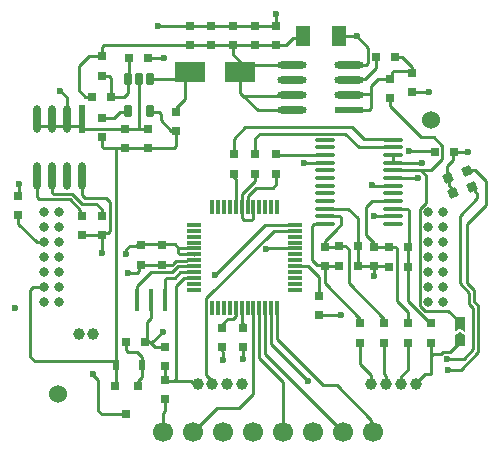
<source format=gtl>
G04*
G04 #@! TF.GenerationSoftware,Altium Limited,Altium Designer,24.5.2 (23)*
G04*
G04 Layer_Physical_Order=1*
G04 Layer_Color=255*
%FSLAX25Y25*%
%MOIN*%
G70*
G04*
G04 #@! TF.SameCoordinates,7B9D950A-14CE-42BF-A02F-5B63482B5899*
G04*
G04*
G04 #@! TF.FilePolarity,Positive*
G04*
G01*
G75*
%ADD14C,0.01000*%
G04:AMPARAMS|DCode=15|XSize=31.5mil|YSize=31.5mil|CornerRadius=3.94mil|HoleSize=0mil|Usage=FLASHONLY|Rotation=200.000|XOffset=0mil|YOffset=0mil|HoleType=Round|Shape=RoundedRectangle|*
%AMROUNDEDRECTD15*
21,1,0.03150,0.02362,0,0,200.0*
21,1,0.02362,0.03150,0,0,200.0*
1,1,0.00787,-0.01514,0.00706*
1,1,0.00787,0.00706,0.01514*
1,1,0.00787,0.01514,-0.00706*
1,1,0.00787,-0.00706,-0.01514*
%
%ADD15ROUNDEDRECTD15*%
%ADD16R,0.03150X0.02559*%
%ADD17R,0.02559X0.03150*%
%ADD18R,0.02449X0.09359*%
G04:AMPARAMS|DCode=19|XSize=93.59mil|YSize=24.49mil|CornerRadius=12.25mil|HoleSize=0mil|Usage=FLASHONLY|Rotation=270.000|XOffset=0mil|YOffset=0mil|HoleType=Round|Shape=RoundedRectangle|*
%AMROUNDEDRECTD19*
21,1,0.09359,0.00000,0,0,270.0*
21,1,0.06909,0.02449,0,0,270.0*
1,1,0.02449,0.00000,-0.03455*
1,1,0.02449,0.00000,0.03455*
1,1,0.02449,0.00000,0.03455*
1,1,0.02449,0.00000,-0.03455*
%
%ADD19ROUNDEDRECTD19*%
%ADD20R,0.05000X0.07000*%
%ADD21R,0.01575X0.07480*%
%ADD22R,0.10433X0.06890*%
%ADD23R,0.03150X0.03150*%
%ADD24R,0.02480X0.03268*%
%ADD25O,0.06693X0.01378*%
G04:AMPARAMS|DCode=26|XSize=97.4mil|YSize=24.49mil|CornerRadius=12.25mil|HoleSize=0mil|Usage=FLASHONLY|Rotation=180.000|XOffset=0mil|YOffset=0mil|HoleType=Round|Shape=RoundedRectangle|*
%AMROUNDEDRECTD26*
21,1,0.09740,0.00000,0,0,180.0*
21,1,0.07291,0.02449,0,0,180.0*
1,1,0.02449,-0.03646,0.00000*
1,1,0.02449,0.03646,0.00000*
1,1,0.02449,0.03646,0.00000*
1,1,0.02449,-0.03646,0.00000*
%
%ADD26ROUNDEDRECTD26*%
%ADD27R,0.09740X0.02449*%
G04:AMPARAMS|DCode=28|XSize=23.62mil|YSize=39.37mil|CornerRadius=2.01mil|HoleSize=0mil|Usage=FLASHONLY|Rotation=0.000|XOffset=0mil|YOffset=0mil|HoleType=Round|Shape=RoundedRectangle|*
%AMROUNDEDRECTD28*
21,1,0.02362,0.03535,0,0,0.0*
21,1,0.01961,0.03937,0,0,0.0*
1,1,0.00402,0.00980,-0.01768*
1,1,0.00402,-0.00980,-0.01768*
1,1,0.00402,-0.00980,0.01768*
1,1,0.00402,0.00980,0.01768*
%
%ADD28ROUNDEDRECTD28*%
%ADD29R,0.01181X0.04724*%
%ADD30R,0.04724X0.01181*%
%ADD40C,0.03937*%
%AMCUSTOMSHAPE44*
4,1,5,0.00000,-0.02165,0.01772,-0.03347,0.01772,0.01772,-0.01772,0.01772,-0.01772,-0.03347,0.00000,-0.02165,0.0*%
%ADD44CUSTOMSHAPE44*%

%AMCUSTOMSHAPE45*
4,1,5,0.00000,0.02953,-0.01772,0.01772,-0.01772,-0.01772,0.01772,-0.01772,0.01772,0.01772,0.00000,0.02953,0.0*%
%ADD45CUSTOMSHAPE45*%

%ADD46C,0.06000*%
%ADD47C,0.03150*%
%ADD48C,0.06693*%
%ADD49C,0.02362*%
D14*
X-125871Y-112800D02*
Y-109343D01*
Y-112800D02*
X-125285Y-113386D01*
X-122611D01*
X-122025Y-112800D02*
Y-109252D01*
X-122611Y-113386D02*
X-122025Y-112800D01*
X-121269Y-102756D02*
X-115529D01*
X-123978Y-109236D02*
Y-105465D01*
X-125962Y-109252D02*
Y-104921D01*
X-121435Y-100394D01*
Y-98091D01*
X-123978Y-105465D02*
X-121269Y-102756D01*
X-125962Y-109252D02*
X-125871Y-109343D01*
X-123993Y-109252D02*
X-123978Y-109236D01*
X-115529Y-102756D02*
X-114348Y-101575D01*
Y-98091D01*
X-151356Y-133326D02*
X-150770Y-132740D01*
X-151356Y-140157D02*
Y-133326D01*
X-150770Y-132740D02*
X-148292D01*
X-147812Y-135433D02*
X-145253Y-132874D01*
X-141710D01*
X-147812Y-166535D02*
Y-135433D01*
X-160804Y-135433D02*
X-156324Y-130953D01*
X-147017Y-128937D02*
X-141710D01*
X-148292Y-132740D02*
X-146548Y-130996D01*
X-141800D01*
X-149032Y-130953D02*
X-147017Y-128937D01*
X-156324Y-130953D02*
X-149032D01*
X-159514Y-128386D02*
X-159449D01*
X-141726Y-126984D02*
X-141710Y-126969D01*
X-148993Y-128347D02*
X-147706Y-127059D01*
X-152143Y-128386D02*
X-148993D01*
X-152143D02*
Y-127953D01*
X-159514Y-128386D02*
X-152362D01*
X-147706Y-127059D02*
X-144163D01*
X-152362Y-128386D02*
X-152143D01*
X-152362Y-121654D02*
X-148206D01*
X-147025Y-122835D02*
X-146828Y-123031D01*
X-148206Y-121654D02*
X-147025Y-122835D01*
X-147025Y-122835D02*
Y-122835D01*
Y-124414D02*
Y-122835D01*
X-146439Y-125000D02*
X-141710D01*
X-147025Y-124414D02*
X-146439Y-125000D01*
X-159449Y-121988D02*
X-159114Y-121654D01*
X-152696D02*
X-152362Y-121988D01*
X-159114Y-121654D02*
X-152696D01*
X-161023Y-121988D02*
X-159449D01*
X-146828Y-123031D02*
X-141710D01*
X-164741Y-125197D02*
X-164374Y-124830D01*
Y-123255D01*
X-163167Y-122047D01*
X-161083D01*
X-161023Y-121988D01*
X-163954Y-131102D02*
X-160879D01*
X-160293Y-130517D02*
Y-129165D01*
X-160879Y-131102D02*
X-160293Y-130517D01*
Y-129165D02*
X-159514Y-128386D01*
X-68946Y-71260D02*
X-68572Y-70886D01*
X-114348Y-49075D02*
X-114053Y-48780D01*
X-136002D02*
X-121435D01*
X-55652Y-103208D02*
X-55159Y-104561D01*
X-55113Y-104688D01*
X-153718Y-48819D02*
X-142295D01*
X-194289Y-82214D02*
X-179289D01*
X-156474Y-154330D02*
X-156080D01*
X-156868D02*
X-156474D01*
X-157655Y-153543D02*
X-156868Y-154330D01*
X-144163Y-127059D02*
X-144072Y-126969D01*
X-141710D01*
X-200393Y-114742D02*
X-194151Y-120984D01*
X-200393Y-114742D02*
Y-111850D01*
X-194151Y-120984D02*
X-191730D01*
X-200461Y-111783D02*
X-200393Y-111850D01*
X-200000Y-105847D02*
Y-101575D01*
X-172221Y-118445D02*
X-171540Y-117764D01*
X-170481D02*
X-169753Y-117035D01*
X-172615Y-119291D02*
X-172221Y-118898D01*
X-172615Y-124409D02*
Y-119291D01*
X-172221Y-118898D02*
Y-118445D01*
X-171540Y-117764D02*
X-170481D01*
X-169753Y-117035D02*
Y-110333D01*
X-172615Y-118543D02*
X-172221Y-118937D01*
X-169895Y-110190D02*
X-169753Y-110333D01*
X-169895Y-110190D02*
Y-107637D01*
X-171233Y-106299D02*
X-169895Y-107637D01*
X-167891Y-161752D02*
Y-161425D01*
Y-168701D02*
Y-162264D01*
Y-161425D02*
Y-89370D01*
X-154938Y-155866D02*
X-151356D01*
X-156474Y-154330D02*
X-154938Y-155866D01*
X-148600Y-167323D02*
X-147812Y-166535D01*
X-151355Y-166870D02*
X-150902Y-167323D01*
X-148600D01*
X-147812D02*
Y-166535D01*
Y-167323D02*
X-142682D01*
X-142456Y-167548D01*
X-141189D02*
X-140627Y-168110D01*
X-142456Y-167548D02*
X-141189D01*
X-151355Y-177165D02*
Y-173267D01*
X-152104Y-177913D02*
X-151355Y-177165D01*
X-152104Y-184252D02*
Y-177913D01*
X-51962Y-159843D02*
X-48812Y-156693D01*
X-57655Y-159843D02*
X-51962D01*
X-188703Y-104905D02*
X-182505D01*
X-189289Y-104320D02*
Y-98888D01*
Y-104320D02*
X-188703Y-104905D01*
X-172615Y-112145D02*
Y-109843D01*
Y-112933D02*
Y-112145D01*
X-56717Y-102142D02*
X-55652Y-103208D01*
X-56717Y-102142D02*
Y-101050D01*
X-57256Y-99570D02*
X-56717Y-101050D01*
X-48285Y-103879D02*
X-47419Y-104745D01*
Y-106299D02*
Y-104745D01*
X-48824Y-102399D02*
X-48285Y-103879D01*
X-53324Y-112205D02*
X-47419Y-106299D01*
X-50962Y-114961D02*
X-44663Y-108661D01*
Y-100394D01*
X-48145Y-96911D02*
X-44663Y-100394D01*
X-50598Y-96911D02*
X-48145D01*
X-50967Y-97281D02*
X-50598Y-96911D01*
X-178018Y-72385D02*
X-175881D01*
X-175825Y-72441D01*
X-180096Y-70307D02*
X-178018Y-72385D01*
X-114348Y-48780D02*
Y-44882D01*
Y-49075D02*
Y-48780D01*
X-114053D02*
X-114052Y-48779D01*
X-114348Y-48780D02*
X-114053D01*
X-114348D02*
X-114348D01*
X-121435D02*
X-114348D01*
X-57458Y-98425D02*
Y-95473D01*
X-164742Y-83032D02*
X-160056D01*
X-165037D02*
X-164742D01*
X-53324Y-134646D02*
X-50257Y-137713D01*
X-53324Y-134646D02*
Y-112205D01*
X-47025Y-157480D02*
Y-142126D01*
X-57261Y-163386D02*
X-52930D01*
X-47025Y-157480D01*
X-50962Y-134480D02*
Y-114961D01*
X-48470Y-140681D02*
Y-136972D01*
X-50257Y-141421D02*
Y-137713D01*
X-48470Y-140681D02*
X-47025Y-142126D01*
X-50962Y-134480D02*
X-48470Y-136972D01*
X-48812Y-156693D02*
Y-142866D01*
X-50257Y-141421D02*
X-48812Y-142866D01*
X-53324Y-154066D02*
Y-153937D01*
X-58677Y-157374D02*
X-56632D01*
X-53324Y-154066D01*
X-62773Y-158720D02*
Y-158268D01*
X-62320D02*
X-59571D01*
X-58677Y-157374D01*
X-62773Y-158268D02*
Y-155670D01*
X-132458Y-157244D02*
X-132064Y-157638D01*
Y-160236D02*
Y-157638D01*
X-132458Y-157244D02*
Y-155965D01*
X-125372Y-159842D02*
X-125371Y-159843D01*
X-125372Y-159842D02*
Y-155965D01*
X-128775Y-146366D02*
X-127930Y-145521D01*
X-130489Y-146457D02*
X-130399Y-146366D01*
X-128775D01*
X-127930Y-145521D02*
Y-142717D01*
X-130627Y-146457D02*
X-130489D01*
X-132458Y-148288D02*
X-130627Y-146457D01*
X-132458Y-149567D02*
Y-148288D01*
X-125962Y-147697D02*
X-125372Y-148288D01*
X-125962Y-147697D02*
Y-142717D01*
X-125372Y-149567D02*
Y-148288D01*
X-55419Y-93434D02*
Y-91110D01*
X-57458Y-95473D02*
X-55419Y-93434D01*
Y-91110D02*
X-55253Y-90945D01*
X-66560Y-142170D02*
X-64884Y-143846D01*
X-66560Y-142170D02*
Y-109799D01*
X-64635Y-107873D02*
Y-98485D01*
X-70588Y-140670D02*
X-65624Y-145634D01*
X-64687Y-143846D02*
X-57115D01*
X-65624Y-145634D02*
X-65427D01*
X-59084Y-93053D02*
Y-88836D01*
X-65427Y-145634D02*
X-63030Y-148031D01*
X-66081Y-97039D02*
X-64635Y-98485D01*
X-66560Y-109799D02*
X-64635Y-107873D01*
X-70588Y-140670D02*
Y-129134D01*
X-57115Y-143846D02*
X-53324Y-147638D01*
X-63030Y-148031D02*
X-62773D01*
X-75568Y-99508D02*
X-67104D01*
X-134162Y-176311D02*
X-126879D01*
X-122025Y-171457D01*
Y-142717D01*
X-142104Y-184252D02*
X-134162Y-176311D01*
X-113560Y-185827D02*
X-112104Y-184370D01*
X-120056Y-159646D02*
Y-142717D01*
Y-159646D02*
X-112104Y-167598D01*
Y-184370D02*
Y-184252D01*
X-118088Y-158320D02*
X-94663Y-181746D01*
X-118088Y-158320D02*
Y-142717D01*
X-112104Y-184252D02*
Y-167598D01*
X-116119Y-154921D02*
Y-142717D01*
Y-154921D02*
X-103718Y-167323D01*
X-82739Y-183616D02*
Y-180034D01*
Y-183616D02*
X-82104Y-184252D01*
X-94084Y-168689D02*
X-82739Y-180034D01*
X-98824Y-168689D02*
X-94084D01*
X-114151Y-153362D02*
Y-142717D01*
Y-153362D02*
X-98824Y-168689D01*
X-114283Y-48779D02*
X-114052D01*
X-135608Y-167717D02*
Y-167414D01*
X-137682Y-139529D02*
X-115280Y-117126D01*
X-137682Y-165339D02*
Y-139529D01*
X-62773Y-158720D02*
X-62320Y-158268D01*
X-62773Y-164863D02*
Y-159055D01*
X-62773D02*
Y-158720D01*
X-62773Y-155669D02*
X-62773Y-155670D01*
X-62773Y-155669D02*
Y-154390D01*
X-70647Y-160000D02*
Y-154390D01*
X-77832Y-168012D02*
X-77733Y-168110D01*
X-77832Y-168012D02*
Y-165650D01*
X-73403Y-168110D02*
X-72911Y-167618D01*
Y-165650D01*
X-67497Y-168504D02*
Y-167618D01*
X-64742Y-164863D01*
X-62773D01*
X-75568Y-96949D02*
X-75560Y-96957D01*
X-70647Y-147992D02*
Y-144094D01*
Y-148031D02*
Y-147992D01*
X-78521Y-148425D02*
Y-146457D01*
X-78521Y-155669D02*
X-78521Y-155670D01*
Y-164961D02*
Y-155670D01*
X-78521Y-155669D02*
Y-154390D01*
X-82753Y-168110D02*
Y-165059D01*
X-86395Y-161417D02*
Y-154390D01*
Y-161417D02*
X-82753Y-165059D01*
X-86395Y-147992D02*
Y-146456D01*
Y-148425D02*
Y-147992D01*
X-66273Y-85933D02*
X-61988D01*
X-64687Y-143846D02*
X-64687Y-143846D01*
X-75560Y-96957D02*
X-62988D01*
X-69800Y-63779D02*
X-69072Y-64508D01*
X-75687Y-65697D02*
Y-64365D01*
X-76467Y-66476D02*
X-75687Y-65697D01*
Y-64365D02*
X-75102Y-63779D01*
X-76552Y-66476D02*
X-76467D01*
X-75102Y-63779D02*
X-69800D01*
X-76946Y-66476D02*
X-76467D01*
X-69072Y-64508D02*
Y-62532D01*
X-80430Y-66476D02*
X-76946D01*
X-68572Y-70886D02*
X-63580D01*
X-63560Y-70866D01*
X-100174Y-138917D02*
Y-132677D01*
Y-138976D02*
Y-138917D01*
X-151356Y-163543D02*
X-151355Y-163544D01*
Y-166870D02*
Y-163544D01*
X-151356Y-163543D02*
Y-162264D01*
X-155686Y-154330D02*
X-152143Y-150787D01*
X-164407Y-156895D02*
Y-154330D01*
Y-156895D02*
X-163821Y-157480D01*
X-160804D01*
X-159171Y-165886D02*
Y-159114D01*
X-160804Y-157480D02*
X-159171Y-159114D01*
X-157655Y-153543D02*
Y-147638D01*
X-158009Y-154330D02*
X-156868D01*
X-157655Y-147638D02*
X-156080Y-146063D01*
Y-140157D01*
X-137682Y-165339D02*
X-135608Y-167414D01*
X-53974Y-90945D02*
X-50568D01*
X-53974Y-90945D02*
X-53974Y-90945D01*
X-55253Y-90945D02*
X-53974D01*
X-168690Y-160695D02*
X-167950Y-161435D01*
X-194992Y-160695D02*
X-168690D01*
X-196631Y-159055D02*
X-194992Y-160695D01*
X-167950Y-161811D02*
Y-161435D01*
X-196631Y-137008D02*
X-195607Y-135984D01*
X-196631Y-159055D02*
Y-137008D01*
X-175371Y-165329D02*
X-173696Y-167004D01*
X-175371Y-165329D02*
Y-164961D01*
X-173696Y-177073D02*
Y-167004D01*
Y-177073D02*
X-172423Y-178347D01*
X-164348D01*
X-118178Y-115248D02*
X-108336D01*
X-115280Y-117126D02*
X-108245D01*
X-134820Y-131890D02*
X-118178Y-115248D01*
X-61988Y-85933D02*
X-59084Y-88836D01*
X-64884Y-143846D02*
X-64687D01*
X-76552Y-75653D02*
X-66273Y-85933D01*
X-179269Y-118504D02*
X-172654D01*
X-167891Y-89370D02*
X-164801D01*
X-172030D02*
X-167891D01*
X-178127Y-106299D02*
X-171233D01*
X-179289Y-105138D02*
Y-98888D01*
Y-105138D02*
X-178127Y-106299D01*
X-182505Y-104905D02*
X-179324Y-108087D01*
X-174371D01*
X-172615Y-109843D01*
X-172615Y-124409D02*
X-172615Y-124409D01*
X-164742Y-89429D02*
X-157261D01*
X-172615Y-109843D02*
X-172615Y-109843D01*
X-172615Y-109843D02*
Y-109843D01*
X-179702Y-112933D02*
Y-110236D01*
X-183245Y-106693D02*
X-179702Y-110236D01*
Y-112933D02*
X-179702Y-112933D01*
X-194289Y-104331D02*
Y-98888D01*
X-194269Y-105905D02*
Y-104331D01*
Y-105905D02*
X-193482Y-106693D01*
X-183245D01*
X-82852Y-76186D02*
Y-71514D01*
X-89474Y-76772D02*
X-83437D01*
X-82852Y-71514D02*
Y-68898D01*
X-83437Y-76772D02*
X-82852Y-76186D01*
X-157261Y-59449D02*
X-151749D01*
X-128915Y-55177D02*
X-121435D01*
X-120647Y-76772D02*
X-109236D01*
X-136002Y-55177D02*
X-128915D01*
X-171828Y-55118D02*
X-143088D01*
X-143088Y-48780D02*
X-136002D01*
X-164815Y-83105D02*
X-164742Y-83032D01*
X-178961Y-82708D02*
X-178564Y-83105D01*
X-178961Y-82708D02*
Y-81887D01*
X-178564Y-83105D02*
X-164815D01*
X-184289Y-76805D02*
Y-72579D01*
Y-76805D02*
X-184175Y-76919D01*
X-186395Y-70473D02*
X-184289Y-72579D01*
Y-79852D02*
Y-78383D01*
X-183619Y-77713D01*
X-180096Y-70307D02*
Y-62205D01*
X-83883Y-61206D02*
Y-56947D01*
X-90269Y-61791D02*
X-84469D01*
X-83883Y-61206D01*
Y-56947D02*
X-83851Y-56916D01*
X-87576Y-52362D02*
X-83851Y-56087D01*
Y-56916D02*
Y-56087D01*
X-74918Y-59056D02*
X-72549D01*
X-69072Y-62532D01*
X-81316Y-63031D02*
Y-59056D01*
X-89591Y-66514D02*
X-84799D01*
X-81316Y-63031D01*
X-90109Y-67032D02*
X-89591Y-66514D01*
X-83106Y-71514D02*
X-82852Y-71260D01*
X-90663Y-71514D02*
X-83106D01*
X-91197Y-72047D02*
X-90663Y-71514D01*
X-82852Y-68898D02*
X-80430Y-66476D01*
X-128915Y-55177D02*
Y-55118D01*
Y-58169D02*
Y-55177D01*
Y-58169D02*
X-126356Y-60728D01*
Y-64173D02*
Y-60728D01*
X-122222Y-61811D02*
X-113598D01*
X-124584Y-64173D02*
X-122222Y-61811D01*
X-125371Y-72047D02*
X-120647Y-76772D01*
X-126356Y-71063D02*
X-125371Y-72047D01*
X-109907D01*
X-126356Y-71063D02*
Y-64173D01*
X-124584D01*
X-70253Y-90445D02*
X-70147Y-90551D01*
X-62044D02*
X-61651Y-90945D01*
X-70147Y-90551D02*
X-62044D01*
X-117694Y-123031D02*
X-108245D01*
X-117891Y-123228D02*
X-117694Y-123031D01*
X-172615Y-88784D02*
Y-87146D01*
X-160056Y-83032D02*
X-160017Y-83071D01*
X-108336Y-115248D02*
X-108245Y-115157D01*
X-141800Y-125091D02*
X-141710Y-125000D01*
X-100115Y-145295D02*
X-92714D01*
X-92694Y-145276D01*
X-100135D02*
X-100115Y-145295D01*
X-141800Y-130996D02*
X-141710Y-130905D01*
X-160804Y-140157D02*
Y-135433D01*
X-172616Y-65414D02*
X-170194D01*
X-169427Y-66181D01*
Y-72441D02*
Y-66181D01*
X-172616Y-55906D02*
X-171828Y-55118D01*
X-172616Y-59016D02*
Y-55906D01*
X-180096Y-62205D02*
X-176907Y-59016D01*
X-172616D01*
X-164170Y-58938D02*
X-163560Y-59547D01*
X-160017Y-83032D02*
X-157261D01*
X-160214Y-82874D02*
X-160056Y-83032D01*
X-160214Y-82874D02*
Y-66536D01*
X-163560Y-66142D02*
Y-59547D01*
X-163954Y-66536D02*
X-163560Y-66142D01*
X-155698Y-66536D02*
X-144860D01*
X-121435Y-55177D02*
X-114348D01*
X-108805Y-52725D02*
X-105754D01*
X-114348Y-55177D02*
X-111257D01*
X-105754Y-52725D02*
X-105391Y-52362D01*
X-111257Y-55177D02*
X-108805Y-52725D01*
X-93391Y-52362D02*
X-87576D01*
X-100867Y-91732D02*
X-100769Y-91831D01*
X-98009D01*
X-113954Y-91732D02*
X-100867D01*
X-86887Y-89272D02*
X-75568D01*
X-91422Y-84736D02*
X-86887Y-89272D01*
X-121435Y-86221D02*
X-119950Y-84736D01*
X-91422D01*
X-121435Y-91693D02*
Y-86221D01*
X-124785Y-82677D02*
X-89151D01*
X-128521Y-86413D02*
X-124785Y-82677D01*
X-89151D02*
X-85214Y-86614D01*
X-78565Y-86640D02*
X-75640D01*
X-85214Y-86614D02*
X-78591D01*
X-78565Y-86640D01*
X-75640D02*
X-75568Y-86713D01*
X-128521Y-90413D02*
Y-86413D01*
X-128521Y-90414D02*
X-128521Y-90413D01*
X-128521Y-91693D02*
Y-90414D01*
X-105293Y-94488D02*
X-105194Y-94390D01*
X-98009D01*
X-70647Y-163386D02*
Y-160001D01*
X-70647Y-160000D02*
X-70647Y-160001D01*
X-72911Y-165650D02*
X-70647Y-163386D01*
X-78521Y-164961D02*
X-77832Y-165650D01*
X-82458Y-101969D02*
X-82359Y-102067D01*
X-75568D01*
X-81670Y-112205D02*
X-78591D01*
X-78565Y-112231D02*
X-75640D01*
X-78591Y-112205D02*
X-78565Y-112231D01*
X-75640D02*
X-75568Y-112303D01*
X-84426Y-118367D02*
Y-109055D01*
X-82458Y-107087D01*
X-84426Y-118367D02*
X-81671Y-121122D01*
X-75640Y-107113D02*
X-75568Y-107185D01*
X-82458Y-107087D02*
X-78591D01*
X-78565Y-107113D02*
X-75640D01*
X-78591Y-107087D02*
X-78565Y-107113D01*
X-81671Y-122402D02*
Y-121122D01*
X-70588Y-122441D02*
X-70253Y-122107D01*
X-75568Y-109744D02*
X-70839D01*
X-70588Y-129134D02*
Y-122441D01*
X-70839Y-109744D02*
X-70253Y-110330D01*
Y-122107D02*
Y-110330D01*
X-90430Y-109744D02*
X-87182Y-112992D01*
Y-122008D02*
Y-112992D01*
X-98009Y-109744D02*
X-90430D01*
X-93280Y-112303D02*
X-92694Y-112889D01*
X-98009Y-112303D02*
X-93280D01*
X-92694Y-115000D02*
Y-112889D01*
X-94572Y-116839D02*
X-94533D01*
X-92694Y-115000D01*
X-98206Y-120472D02*
X-94572Y-116839D01*
X-98206Y-122382D02*
Y-120472D01*
X-101951Y-114935D02*
X-98081D01*
X-102537Y-115520D02*
X-101951Y-114935D01*
X-102537Y-126772D02*
Y-115520D01*
X-100695Y-128614D02*
X-98371D01*
X-102537Y-126772D02*
X-100695Y-128614D01*
X-98371D02*
X-98206Y-128779D01*
X-98081Y-114935D02*
X-98009Y-114862D01*
X-93935Y-122441D02*
X-93541Y-122047D01*
X-98146Y-122441D02*
X-93935D01*
X-90332Y-134646D02*
Y-123228D01*
Y-134646D02*
X-78521Y-146457D01*
X-91347Y-122213D02*
X-90332Y-123228D01*
X-93541Y-122047D02*
X-93375Y-122213D01*
X-91347D01*
X-98206Y-134646D02*
Y-128779D01*
Y-134646D02*
X-86395Y-146456D01*
X-96631Y-128779D02*
X-96592Y-128741D01*
X-93521D01*
X-98206Y-128779D02*
X-96631D01*
X-81670Y-132283D02*
Y-128800D01*
X-81671Y-128799D02*
X-81670Y-128800D01*
X-87143Y-123622D02*
X-87123Y-123642D01*
Y-128741D02*
Y-123642D01*
X-87143Y-123622D02*
Y-122047D01*
X-83305Y-128741D02*
X-83246Y-128799D01*
X-87123Y-128741D02*
X-83305D01*
X-83246Y-128799D02*
X-81671D01*
X-80096Y-122402D02*
X-80057Y-122441D01*
X-81671Y-122402D02*
X-80096D01*
X-80057Y-122441D02*
X-76985D01*
X-77379Y-128740D02*
X-76985Y-129134D01*
X-81612Y-128740D02*
X-77379D01*
X-74190Y-140551D02*
Y-123027D01*
X-76985Y-122441D02*
X-74776D01*
X-74190Y-123027D01*
Y-140551D02*
X-70647Y-144094D01*
X-76552Y-75653D02*
Y-72874D01*
X-62988Y-96957D02*
X-59084Y-93053D01*
X-75568Y-94390D02*
X-66021D01*
X-65922Y-94488D01*
X-75568Y-94390D02*
Y-91831D01*
X-108245Y-128937D02*
X-103915D01*
X-100174Y-132677D01*
X-127930Y-109252D02*
Y-99961D01*
X-128521Y-99370D02*
X-127930Y-99961D01*
X-128521Y-99370D02*
Y-98091D01*
X-144860Y-73268D02*
Y-66536D01*
X-147812Y-76220D02*
X-144860Y-73268D01*
X-147812Y-77500D02*
Y-76220D01*
X-143088Y-55177D02*
X-136002D01*
X-165135Y-72441D02*
X-163757Y-71063D01*
Y-66634D01*
X-169427Y-72441D02*
X-165135D01*
X-168619Y-79468D02*
X-166612Y-77461D01*
X-163757D01*
X-172615Y-79468D02*
X-168619D01*
X-156277Y-77461D02*
X-153516D01*
X-152930Y-80354D02*
Y-78046D01*
X-153516Y-77461D02*
X-152930Y-78046D01*
Y-80354D02*
X-149387Y-83897D01*
X-147812D01*
Y-88844D02*
Y-83897D01*
X-157261Y-89429D02*
X-148398D01*
X-147812Y-88844D01*
X-172615Y-88784D02*
X-172030Y-89370D01*
X-172615Y-87146D02*
X-172615Y-87146D01*
Y-85866D01*
X-195607Y-135984D02*
X-191730D01*
X-160608Y-167323D02*
X-159171Y-165886D01*
X-160608Y-168898D02*
Y-167323D01*
X-168088Y-168898D02*
X-167891Y-168701D01*
D15*
X-50967Y-97281D02*
D03*
X-57256Y-99570D02*
D03*
X-55507Y-104688D02*
D03*
X-49218Y-102399D02*
D03*
D16*
X-125372Y-155965D02*
D03*
Y-149567D02*
D03*
X-132458Y-155965D02*
D03*
Y-149567D02*
D03*
X-62773Y-147992D02*
D03*
Y-154390D02*
D03*
X-78521Y-147992D02*
D03*
Y-154390D02*
D03*
X-70647Y-147992D02*
D03*
Y-154390D02*
D03*
X-86395Y-147992D02*
D03*
Y-154390D02*
D03*
X-200393Y-111850D02*
D03*
Y-105453D02*
D03*
X-114348Y-91693D02*
D03*
Y-98091D02*
D03*
X-100174Y-138917D02*
D03*
Y-145315D02*
D03*
X-81671Y-128799D02*
D03*
Y-122402D02*
D03*
X-98206Y-122382D02*
D03*
Y-128779D02*
D03*
X-76552Y-72874D02*
D03*
Y-66476D02*
D03*
X-114348Y-55177D02*
D03*
X-69072Y-64508D02*
D03*
X-159449Y-128386D02*
D03*
Y-121988D02*
D03*
X-151355Y-166870D02*
D03*
Y-173267D02*
D03*
X-152362Y-128386D02*
D03*
Y-121988D02*
D03*
X-179308Y-112145D02*
D03*
Y-118543D02*
D03*
X-172615Y-112145D02*
D03*
Y-118543D02*
D03*
X-151356Y-155866D02*
D03*
Y-162264D02*
D03*
X-128521Y-98091D02*
D03*
Y-91693D02*
D03*
X-121435Y-98091D02*
D03*
Y-91693D02*
D03*
X-147812Y-83897D02*
D03*
Y-77500D02*
D03*
X-121435Y-48780D02*
D03*
Y-55177D02*
D03*
X-128915Y-48720D02*
D03*
Y-55118D02*
D03*
X-136002Y-48780D02*
D03*
Y-55177D02*
D03*
X-143088Y-48780D02*
D03*
Y-55177D02*
D03*
X-164742Y-83032D02*
D03*
Y-89429D02*
D03*
X-157261Y-83032D02*
D03*
Y-89429D02*
D03*
X-172616Y-65414D02*
D03*
Y-59016D02*
D03*
X-69072Y-70905D02*
D03*
X-172615Y-79468D02*
D03*
Y-85866D02*
D03*
X-114348Y-48780D02*
D03*
D17*
X-61651Y-90945D02*
D03*
X-55253D02*
D03*
X-87123Y-128741D02*
D03*
X-93521D02*
D03*
X-93541Y-122047D02*
D03*
X-87143D02*
D03*
X-74918Y-59056D02*
D03*
X-164407Y-154330D02*
D03*
X-158009D02*
D03*
X-76985Y-129134D02*
D03*
X-70588D02*
D03*
X-76985Y-122441D02*
D03*
X-70588D02*
D03*
X-81316Y-59056D02*
D03*
X-169427Y-72441D02*
D03*
X-175824D02*
D03*
X-157261Y-59449D02*
D03*
X-163659D02*
D03*
D18*
X-179289Y-79852D02*
D03*
D19*
X-184289D02*
D03*
X-189289D02*
D03*
X-194289D02*
D03*
Y-98888D02*
D03*
X-189289D02*
D03*
X-184289D02*
D03*
X-179289D02*
D03*
D20*
X-93391Y-52362D02*
D03*
X-105391D02*
D03*
D21*
X-151356Y-140157D02*
D03*
X-156080D02*
D03*
X-160804D02*
D03*
D22*
X-126356Y-64173D02*
D03*
X-143285D02*
D03*
D23*
X-164348Y-178347D02*
D03*
X-168088Y-168898D02*
D03*
X-160608D02*
D03*
D24*
X-159171Y-161811D02*
D03*
X-167950D02*
D03*
D25*
X-75568Y-114862D02*
D03*
Y-112303D02*
D03*
Y-109744D02*
D03*
Y-107185D02*
D03*
Y-104626D02*
D03*
Y-102067D02*
D03*
Y-99508D02*
D03*
Y-96949D02*
D03*
Y-94390D02*
D03*
Y-91831D02*
D03*
Y-89272D02*
D03*
Y-86713D02*
D03*
X-98009Y-114862D02*
D03*
Y-112303D02*
D03*
Y-109744D02*
D03*
Y-107185D02*
D03*
Y-104626D02*
D03*
Y-102067D02*
D03*
Y-99508D02*
D03*
Y-96949D02*
D03*
Y-94390D02*
D03*
Y-91831D02*
D03*
Y-89272D02*
D03*
Y-86713D02*
D03*
D26*
X-109293Y-76791D02*
D03*
Y-71791D02*
D03*
Y-66791D02*
D03*
Y-61791D02*
D03*
X-90269D02*
D03*
Y-66791D02*
D03*
Y-71791D02*
D03*
D27*
Y-76791D02*
D03*
D28*
X-156474Y-77362D02*
D03*
X-163954D02*
D03*
Y-66536D02*
D03*
X-160214D02*
D03*
X-156474D02*
D03*
D29*
X-135804Y-109252D02*
D03*
X-133836D02*
D03*
X-131867D02*
D03*
X-129899D02*
D03*
X-127930D02*
D03*
X-125962D02*
D03*
X-123993D02*
D03*
X-122025D02*
D03*
X-120056D02*
D03*
X-118088D02*
D03*
X-116119D02*
D03*
X-114151D02*
D03*
Y-142717D02*
D03*
X-116119D02*
D03*
X-118088D02*
D03*
X-120056D02*
D03*
X-122025D02*
D03*
X-123993D02*
D03*
X-125962D02*
D03*
X-127930D02*
D03*
X-129899D02*
D03*
X-131867D02*
D03*
X-133836D02*
D03*
X-135804D02*
D03*
D30*
X-108245Y-115157D02*
D03*
Y-117126D02*
D03*
Y-119095D02*
D03*
Y-121063D02*
D03*
Y-123031D02*
D03*
Y-125000D02*
D03*
Y-126969D02*
D03*
Y-128937D02*
D03*
Y-130905D02*
D03*
Y-132874D02*
D03*
Y-134843D02*
D03*
Y-136811D02*
D03*
X-141710D02*
D03*
Y-134843D02*
D03*
Y-132874D02*
D03*
Y-130905D02*
D03*
Y-128937D02*
D03*
Y-126969D02*
D03*
Y-125000D02*
D03*
Y-123031D02*
D03*
Y-121063D02*
D03*
Y-119095D02*
D03*
Y-117126D02*
D03*
Y-115157D02*
D03*
D40*
X-125864Y-168110D02*
D03*
X-140627Y-168110D02*
D03*
X-135706D02*
D03*
X-130785D02*
D03*
X-72911D02*
D03*
X-77832D02*
D03*
X-82753D02*
D03*
X-67989Y-168110D02*
D03*
X-180293Y-151575D02*
D03*
X-175371D02*
D03*
D44*
X-53324Y-147638D02*
D03*
D45*
Y-153937D02*
D03*
D46*
X-187062Y-171640D02*
D03*
X-62970Y-80315D02*
D03*
D47*
X-186730Y-115984D02*
D03*
X-191730D02*
D03*
X-186730Y-120984D02*
D03*
X-191730D02*
D03*
Y-110984D02*
D03*
X-186730D02*
D03*
Y-130984D02*
D03*
X-191730D02*
D03*
X-186730Y-135984D02*
D03*
X-191730D02*
D03*
X-186730Y-140984D02*
D03*
X-191730D02*
D03*
Y-125984D02*
D03*
X-186730D02*
D03*
X-58698Y-115984D02*
D03*
X-63698D02*
D03*
X-58698Y-120984D02*
D03*
X-63698D02*
D03*
Y-110984D02*
D03*
X-58698D02*
D03*
Y-130984D02*
D03*
X-63698D02*
D03*
X-58698Y-135984D02*
D03*
X-63698D02*
D03*
X-58698Y-140984D02*
D03*
X-63698D02*
D03*
Y-125984D02*
D03*
X-58698D02*
D03*
D48*
X-82104Y-184252D02*
D03*
X-92104D02*
D03*
X-102104D02*
D03*
X-112104D02*
D03*
X-122104D02*
D03*
X-132104D02*
D03*
X-142104D02*
D03*
X-152104D02*
D03*
D49*
X-114348Y-44882D02*
D03*
X-57655Y-159843D02*
D03*
X-57261Y-163386D02*
D03*
X-132064Y-160236D02*
D03*
X-125371Y-159843D02*
D03*
X-67104Y-99508D02*
D03*
X-103718Y-167323D02*
D03*
X-63560Y-70866D02*
D03*
X-152143Y-150787D02*
D03*
X-50568Y-90945D02*
D03*
X-175371Y-164961D02*
D03*
X-200000Y-101575D02*
D03*
X-164635Y-124803D02*
D03*
X-172615Y-124409D02*
D03*
X-163954Y-131102D02*
D03*
X-151749Y-59449D02*
D03*
X-153718Y-48819D02*
D03*
X-186395Y-70473D02*
D03*
X-70253Y-90445D02*
D03*
X-117891Y-123228D02*
D03*
X-134820Y-131890D02*
D03*
X-201356Y-142913D02*
D03*
X-92694Y-145276D02*
D03*
X-87576Y-52362D02*
D03*
X-105293Y-94488D02*
D03*
X-82458Y-101969D02*
D03*
X-81670Y-112205D02*
D03*
Y-132283D02*
D03*
X-65922Y-94488D02*
D03*
M02*

</source>
